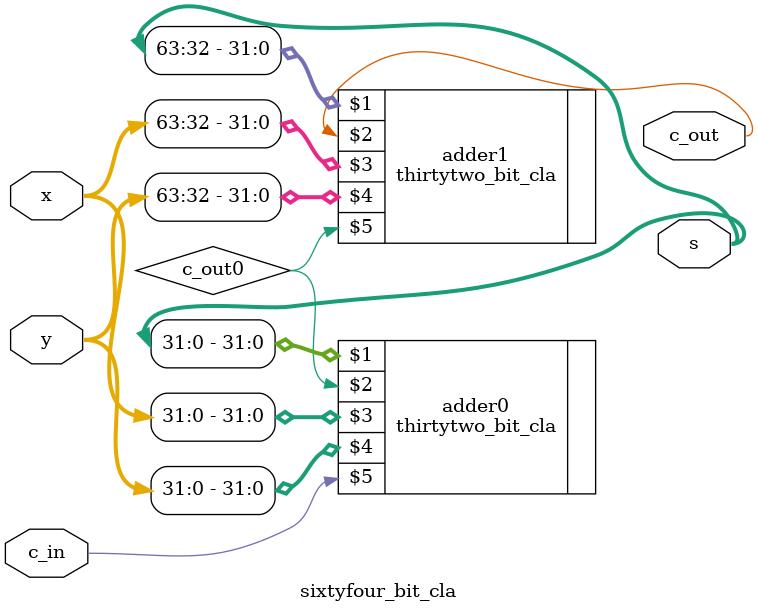
<source format=v>
module sixtyfour_bit_cla(s, c_out, x, y, c_in);

	input [63:0] x, y;
	input c_in;
	output [63:0] s;
	output c_out;
	
	wire c32, c64;
	wire c_out0;
	
	thirtytwo_bit_cla adder0(s[31:0], c_out0, x[31:0], y[31:0], c_in);
	thirtytwo_bit_cla adder1(s[63:32], c_out, x[63:32], y[63:32], c_out0);

endmodule

</source>
